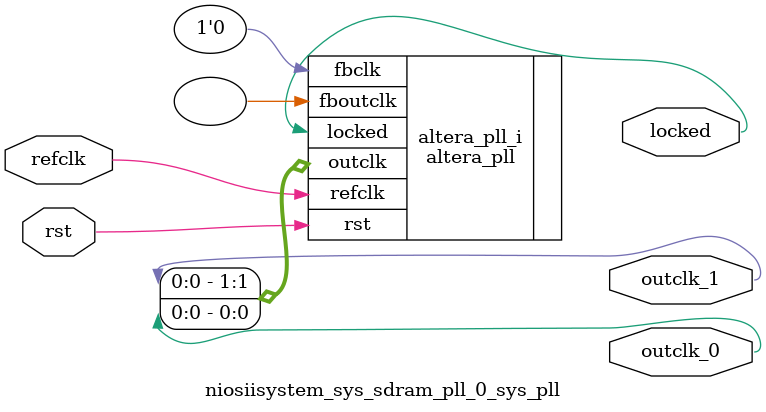
<source format=v>
`timescale 1ns/10ps
module  niosiisystem_sys_sdram_pll_0_sys_pll(

	// interface 'refclk'
	input wire refclk,

	// interface 'reset'
	input wire rst,

	// interface 'outclk0'
	output wire outclk_0,

	// interface 'outclk1'
	output wire outclk_1,

	// interface 'locked'
	output wire locked
);

	altera_pll #(
		.fractional_vco_multiplier("false"),
		.reference_clock_frequency("50.0 MHz"),
		.operation_mode("direct"),
		.number_of_clocks(2),
		.output_clock_frequency0("50.000000 MHz"),
		.phase_shift0("0 ps"),
		.duty_cycle0(50),
		.output_clock_frequency1("50.000000 MHz"),
		.phase_shift1("-3000 ps"),
		.duty_cycle1(50),
		.output_clock_frequency2("0 MHz"),
		.phase_shift2("0 ps"),
		.duty_cycle2(50),
		.output_clock_frequency3("0 MHz"),
		.phase_shift3("0 ps"),
		.duty_cycle3(50),
		.output_clock_frequency4("0 MHz"),
		.phase_shift4("0 ps"),
		.duty_cycle4(50),
		.output_clock_frequency5("0 MHz"),
		.phase_shift5("0 ps"),
		.duty_cycle5(50),
		.output_clock_frequency6("0 MHz"),
		.phase_shift6("0 ps"),
		.duty_cycle6(50),
		.output_clock_frequency7("0 MHz"),
		.phase_shift7("0 ps"),
		.duty_cycle7(50),
		.output_clock_frequency8("0 MHz"),
		.phase_shift8("0 ps"),
		.duty_cycle8(50),
		.output_clock_frequency9("0 MHz"),
		.phase_shift9("0 ps"),
		.duty_cycle9(50),
		.output_clock_frequency10("0 MHz"),
		.phase_shift10("0 ps"),
		.duty_cycle10(50),
		.output_clock_frequency11("0 MHz"),
		.phase_shift11("0 ps"),
		.duty_cycle11(50),
		.output_clock_frequency12("0 MHz"),
		.phase_shift12("0 ps"),
		.duty_cycle12(50),
		.output_clock_frequency13("0 MHz"),
		.phase_shift13("0 ps"),
		.duty_cycle13(50),
		.output_clock_frequency14("0 MHz"),
		.phase_shift14("0 ps"),
		.duty_cycle14(50),
		.output_clock_frequency15("0 MHz"),
		.phase_shift15("0 ps"),
		.duty_cycle15(50),
		.output_clock_frequency16("0 MHz"),
		.phase_shift16("0 ps"),
		.duty_cycle16(50),
		.output_clock_frequency17("0 MHz"),
		.phase_shift17("0 ps"),
		.duty_cycle17(50),
		.pll_type("General"),
		.pll_subtype("General")
	) altera_pll_i (
		.rst	(rst),
		.outclk	({outclk_1, outclk_0}),
		.locked	(locked),
		.fboutclk	( ),
		.fbclk	(1'b0),
		.refclk	(refclk)
	);
endmodule


</source>
